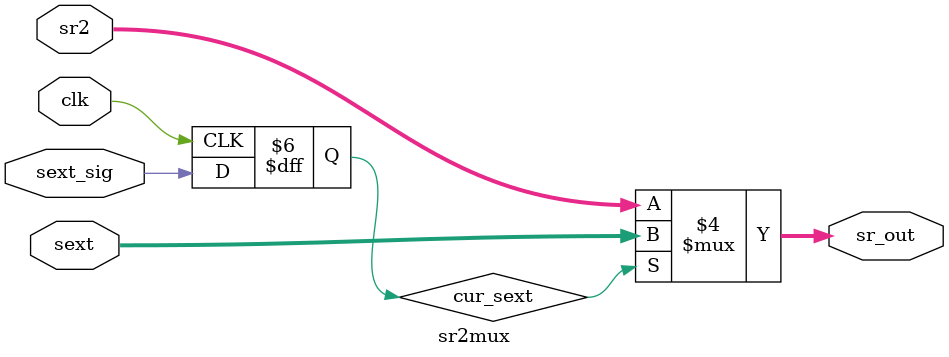
<source format=sv>
`timescale 1ns / 1ps

module sr2mux(
    input clk,
    
    input logic [15:0] sr2,
    input logic [15:0] sext,
    input logic sext_sig,   //when =1, output sext
    
    output logic [15:0] sr_out
    );
    
    logic cur_sext;
    
    always_comb
    begin
        if(cur_sext) begin
            sr_out = sext;
        end
        else begin
            sr_out = sr2;
        end
    end
    
    always_ff @(posedge clk)
    begin
        cur_sext <= sext_sig;
    end
endmodule

</source>
